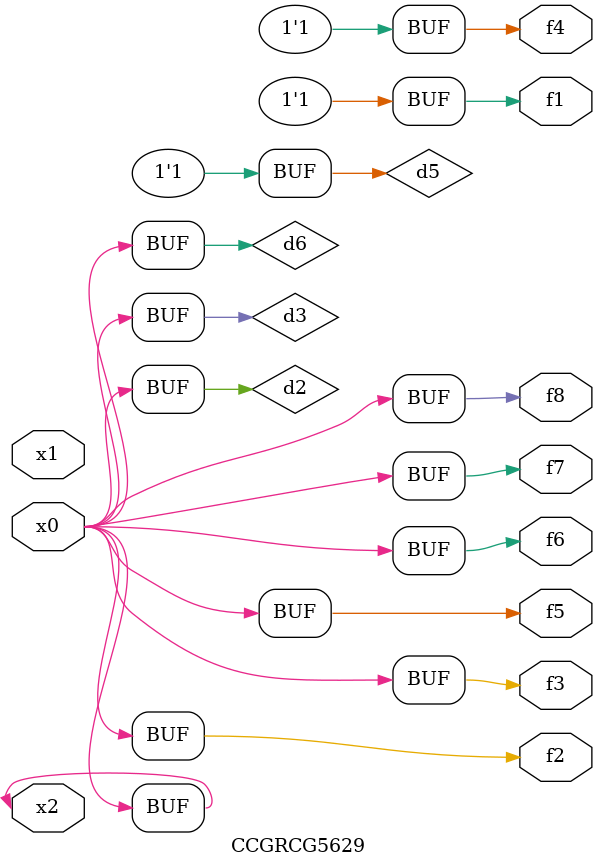
<source format=v>
module CCGRCG5629(
	input x0, x1, x2,
	output f1, f2, f3, f4, f5, f6, f7, f8
);

	wire d1, d2, d3, d4, d5, d6;

	xnor (d1, x2);
	buf (d2, x0, x2);
	and (d3, x0);
	xnor (d4, x1, x2);
	nand (d5, d1, d3);
	buf (d6, d2, d3);
	assign f1 = d5;
	assign f2 = d6;
	assign f3 = d6;
	assign f4 = d5;
	assign f5 = d6;
	assign f6 = d6;
	assign f7 = d6;
	assign f8 = d6;
endmodule

</source>
